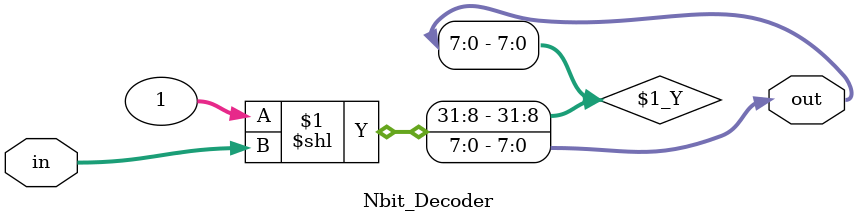
<source format=v>
`timescale 1ns / 1ps


module Nbit_Decoder #(parameter isize = 3, parameter osize = 2**isize)(
    out,
    in
    );
    
    output [osize-1:0]out;
    input [isize-1:0]in;
    
    assign out = 1 << in;
endmodule

</source>
